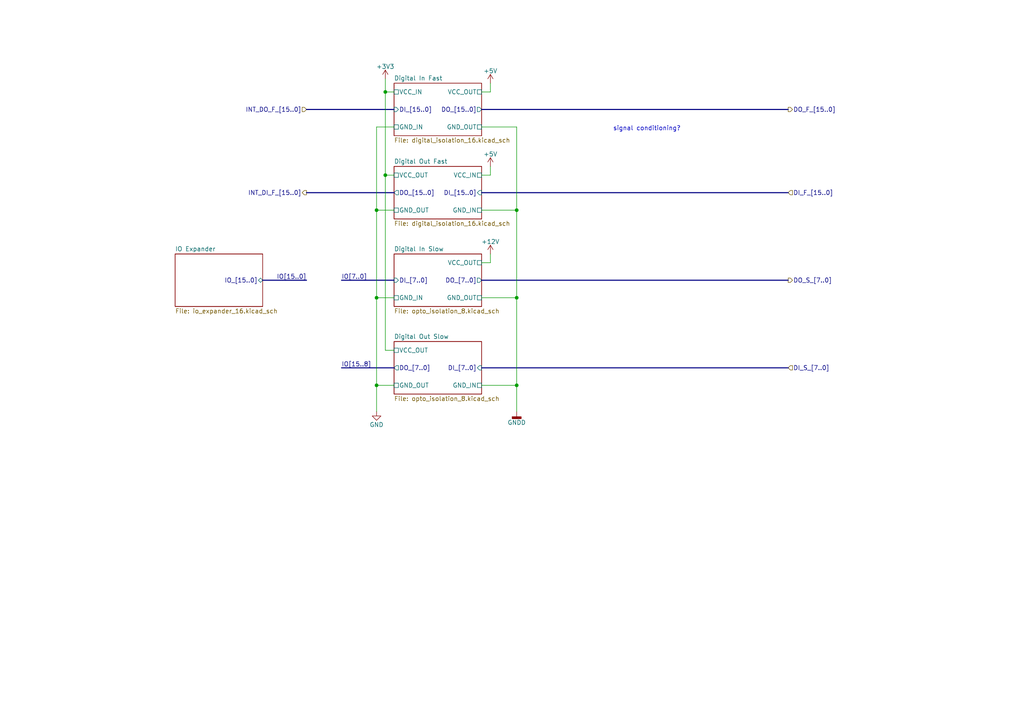
<source format=kicad_sch>
(kicad_sch (version 20211123) (generator eeschema)
  (paper "A4")
  (lib_symbols
    (symbol "power:+12V" (power) (pin_names (offset 0))
      (property "Value" "+12V" (at 0 3.556 0))
      (symbol "+12V_0_1"
        (polyline (pts (xy -0.762 1.27) (xy 0 2.54)))
        (polyline (pts (xy 0 0) (xy 0 2.54)))
        (polyline (pts (xy 0 2.54) (xy 0.762 1.27)))
      )
      (symbol "+12V_1_1"
        (pin power_in line (at 0 0 90) (length 0) hide (name "+12V") (number "1"))
      )
    )
    (symbol "power:+3V3" (power) (pin_names (offset 0))
      (property "Value" "+3V3" (at 0 3.556 0))
      (symbol "+3V3_0_1"
        (polyline (pts (xy -0.762 1.27) (xy 0 2.54)))
        (polyline (pts (xy 0 0) (xy 0 2.54)))
        (polyline (pts (xy 0 2.54) (xy 0.762 1.27)))
      )
      (symbol "+3V3_1_1"
        (pin power_in line (at 0 0 90) (length 0) hide (name "+3V3") (number "1"))
      )
    )
    (symbol "power:+5V" (power) (pin_names (offset 0))
      (property "Value" "+5V" (at 0 3.556 0))
      (symbol "+5V_0_1"
        (polyline (pts (xy -0.762 1.27) (xy 0 2.54)))
        (polyline (pts (xy 0 0) (xy 0 2.54)))
        (polyline (pts (xy 0 2.54) (xy 0.762 1.27)))
      )
      (symbol "+5V_1_1"
        (pin power_in line (at 0 0 90) (length 0) hide (name "+5V") (number "1"))
      )
    )
    (symbol "power:GND" (power) (pin_names (offset 0))
      (property "Value" "GND" (at 0 -3.81 0))
      (symbol "GND_0_1"
        (polyline (pts (xy 0 0) (xy 0 -1.27) (xy 1.27 -1.27) (xy 0 -2.54) (xy -1.27 -1.27) (xy 0 -1.27)))
      )
      (symbol "GND_1_1"
        (pin power_in line (at 0 0 270) (length 0) hide (name "GND") (number "1"))
      )
    )
    (symbol "power:GNDD" (power) (pin_names (offset 0))
      (property "Value" "GNDD" (at 0 -3.175 0))
      (symbol "GNDD_0_1"
        (rectangle (start -1.27 -1.524) (end 1.27 -2.032) (stroke (width 0.254)) (fill (type outline)))
        (polyline (pts (xy 0 0) (xy 0 -1.524)))
      )
      (symbol "GNDD_1_1"
        (pin power_in line (at 0 0 270) (length 0) hide (name "GNDD") (number "1"))
      )
    )
  )
  (junction (at 111.76 26.67))
  (junction (at 109.22 86.36))
  (junction (at 109.22 60.96))
  (junction (at 149.86 86.36))
  (junction (at 111.76 50.8))
  (junction (at 149.86 60.96))
  (junction (at 149.86 111.76))
  (junction (at 109.22 111.76))
  (bus (pts (xy 76.2 81.28) (xy 88.9 81.28)))
  (wire (pts (xy 149.86 60.96) (xy 149.86 86.36)))
  (bus (pts (xy 139.7 106.68) (xy 228.6 106.68)))
  (wire (pts (xy 139.7 60.96) (xy 149.86 60.96)))
  (wire (pts (xy 109.22 111.76) (xy 109.22 119.38)))
  (wire (pts (xy 109.22 36.83) (xy 109.22 60.96)))
  (wire (pts (xy 139.7 50.8) (xy 142.24 50.8)))
  (wire (pts (xy 111.76 26.67) (xy 111.76 50.8)))
  (wire (pts (xy 109.22 60.96) (xy 109.22 86.36)))
  (bus (pts (xy 139.7 81.28) (xy 228.6 81.28)))
  (bus (pts (xy 139.7 55.88) (xy 228.6 55.88)))
  (wire (pts (xy 114.3 36.83) (xy 109.22 36.83)))
  (wire (pts (xy 109.22 111.76) (xy 114.3 111.76)))
  (wire (pts (xy 139.7 36.83) (xy 149.86 36.83)))
  (wire (pts (xy 111.76 50.8) (xy 111.76 101.6)))
  (wire (pts (xy 109.22 86.36) (xy 109.22 111.76)))
  (wire (pts (xy 139.7 86.36) (xy 149.86 86.36)))
  (bus (pts (xy 88.9 31.75) (xy 114.3 31.75)))
  (wire (pts (xy 142.24 76.2) (xy 139.7 76.2)))
  (wire (pts (xy 149.86 111.76) (xy 149.86 119.38)))
  (bus (pts (xy 99.06 81.28) (xy 114.3 81.28)))
  (wire (pts (xy 139.7 111.76) (xy 149.86 111.76)))
  (wire (pts (xy 142.24 73.66) (xy 142.24 76.2)))
  (bus (pts (xy 88.9 55.88) (xy 114.3 55.88)))
  (wire (pts (xy 149.86 36.83) (xy 149.86 60.96)))
  (bus (pts (xy 99.06 106.68) (xy 114.3 106.68)))
  (wire (pts (xy 111.76 50.8) (xy 114.3 50.8)))
  (wire (pts (xy 142.24 48.26) (xy 142.24 50.8)))
  (wire (pts (xy 109.22 60.96) (xy 114.3 60.96)))
  (wire (pts (xy 149.86 86.36) (xy 149.86 111.76)))
  (wire (pts (xy 111.76 22.86) (xy 111.76 26.67)))
  (wire (pts (xy 114.3 101.6) (xy 111.76 101.6)))
  (wire (pts (xy 142.24 24.13) (xy 142.24 26.67)))
  (bus (pts (xy 139.7 31.75) (xy 228.6 31.75)))
  (wire (pts (xy 109.22 86.36) (xy 114.3 86.36)))
  (wire (pts (xy 111.76 26.67) (xy 114.3 26.67)))
  (wire (pts (xy 139.7 26.67) (xy 142.24 26.67)))
  (text "signal conditioning?" (at 177.8 38.1 0) (effects (font (size 1.27 1.27)) (justify left bottom)))
  (label "IO[7..0]" (at 99.06 81.28 0))
  (label "IO[15..0]" (at 88.9 81.28 180))
  (label "IO[15..8]" (at 99.06 106.68 0))
  (hierarchical_label "DO_S_[7..0]" (shape output) (at 228.6 81.28 0))
  (hierarchical_label "DI_S_[7..0]" (shape input) (at 228.6 106.68 0))
  (hierarchical_label "INT_DO_F_[15..0]" (shape input) (at 88.9 31.75 180))
  (hierarchical_label "DO_F_[15..0]" (shape output) (at 228.6 31.75 0))
  (hierarchical_label "DI_F_[15..0]" (shape input) (at 228.6 55.88 0))
  (hierarchical_label "INT_DI_F_[15..0]" (shape output) (at 88.9 55.88 180))
  (symbol (lib_id "power:GNDD") (at 149.86 119.38 0) (unit 1)
    (property "Reference" "#PWR021" (effects hide))
    (property "Value" "GNDD" (at 149.86 122.555 0))
  )
  (symbol (lib_id "power:+3V3") (at 111.76 22.86 0) (unit 1)
    (property "Reference" "#PWR018" (effects hide))
    (property "Value" "+3V3" (at 111.76 19.304 0))
  )
  (symbol (lib_id "power:GND") (at 109.22 119.38 0) (unit 1)
    (property "Reference" "#PWR017" (effects hide))
    (property "Value" "GND" (at 109.22 123.19 0))
  )
  (symbol (lib_id "power:+5V") (at 142.24 48.26 0) (unit 1)
    (property "Reference" "#PWR020" (effects hide))
    (property "Value" "+5V" (at 142.24 44.704 0))
  )
  (symbol (lib_id "power:+12V") (at 142.24 73.66 0) (unit 1)
    (property "Reference" "#PWR062" (effects hide))
    (property "Value" "+12V" (at 142.24 70.104 0))
  )
  (symbol (lib_id "power:+5V") (at 142.24 24.13 0) (unit 1)
    (property "Reference" "#PWR019" (effects hide))
    (property "Value" "+5V" (at 142.24 20.574 0))
  )
  (sheet (at 114.3 24.13) (size 25.4 15.24) (stroke (width 0.1524))
    (property "Sheet name" "Digital In Fast" (at 114.3 23.4184 0) (effects (justify left bottom)))
    (property "Sheet file" "digital_isolation_16.kicad_sch" (at 114.3 39.9546 0) (effects (justify left top)))
    (pin "DO_[15..0]" output (at 139.7 31.75 0))
    (pin "VCC_OUT" passive (at 139.7 26.67 0))
    (pin "GND_OUT" passive (at 139.7 36.83 0))
    (pin "DI_[15..0]" input (at 114.3 31.75 180))
    (pin "VCC_IN" passive (at 114.3 26.67 180))
    (pin "GND_IN" passive (at 114.3 36.83 180))
  )
  (sheet (at 114.3 73.66) (size 25.4 15.24) (stroke (width 0.1524))
    (property "Sheet name" "Digital In Slow" (at 114.3 72.9484 0) (effects (justify left bottom)))
    (property "Sheet file" "opto_isolation_8.kicad_sch" (at 114.3 89.4846 0) (effects (justify left top)))
    (pin "DO_[7..0]" output (at 139.7 81.28 0))
    (pin "GND_OUT" passive (at 139.7 86.36 0))
    (pin "DI_[7..0]" input (at 114.3 81.28 180))
    (pin "GND_IN" passive (at 114.3 86.36 180))
    (pin "VCC_OUT" passive (at 139.7 76.2 0))
  )
  (sheet (at 114.3 99.06) (size 25.4 15.24) (stroke (width 0.1524))
    (property "Sheet name" "Digital Out Slow" (at 114.3 98.3484 0) (effects (justify left bottom)))
    (property "Sheet file" "opto_isolation_8.kicad_sch" (at 114.3 114.8846 0) (effects (justify left top)))
    (pin "DO_[7..0]" output (at 114.3 106.68 180))
    (pin "VCC_OUT" passive (at 114.3 101.6 180))
    (pin "GND_OUT" passive (at 114.3 111.76 180))
    (pin "DI_[7..0]" input (at 139.7 106.68 0))
    (pin "GND_IN" passive (at 139.7 111.76 0))
  )
  (sheet (at 50.8 73.66) (size 25.4 15.24) (stroke (width 0.1524))
    (property "Sheet name" "IO Expander" (at 50.8 72.9484 0) (effects (justify left bottom)))
    (property "Sheet file" "io_expander_16.kicad_sch" (at 50.8 89.4846 0) (effects (justify left top)))
    (pin "IO_[15..0]" bidirectional (at 76.2 81.28 0))
  )
  (sheet (at 114.3 48.26) (size 25.4 15.24) (stroke (width 0.1524))
    (property "Sheet name" "Digital Out Fast" (at 114.3 47.5484 0) (effects (justify left bottom)))
    (property "Sheet file" "digital_isolation_16.kicad_sch" (at 114.3 64.0846 0) (effects (justify left top)))
    (pin "DO_[15..0]" output (at 114.3 55.88 180))
    (pin "VCC_OUT" passive (at 114.3 50.8 180))
    (pin "GND_OUT" passive (at 114.3 60.96 180))
    (pin "DI_[15..0]" input (at 139.7 55.88 0))
    (pin "VCC_IN" passive (at 139.7 50.8 0))
    (pin "GND_IN" passive (at 139.7 60.96 0))
  )
)
</source>
